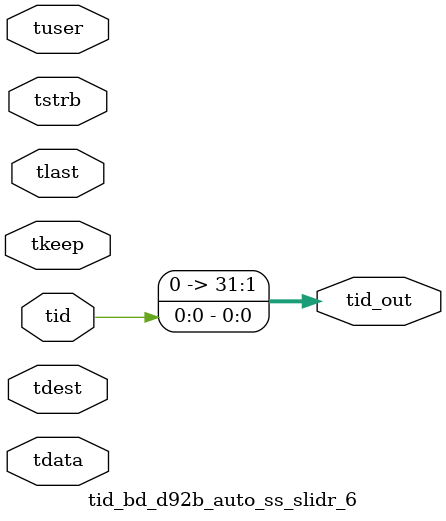
<source format=v>


`timescale 1ps/1ps

module tid_bd_d92b_auto_ss_slidr_6 #
(
parameter C_S_AXIS_TID_WIDTH   = 1,
parameter C_S_AXIS_TUSER_WIDTH = 0,
parameter C_S_AXIS_TDATA_WIDTH = 0,
parameter C_S_AXIS_TDEST_WIDTH = 0,
parameter C_M_AXIS_TID_WIDTH   = 32
)
(
input  [(C_S_AXIS_TID_WIDTH   == 0 ? 1 : C_S_AXIS_TID_WIDTH)-1:0       ] tid,
input  [(C_S_AXIS_TDATA_WIDTH == 0 ? 1 : C_S_AXIS_TDATA_WIDTH)-1:0     ] tdata,
input  [(C_S_AXIS_TUSER_WIDTH == 0 ? 1 : C_S_AXIS_TUSER_WIDTH)-1:0     ] tuser,
input  [(C_S_AXIS_TDEST_WIDTH == 0 ? 1 : C_S_AXIS_TDEST_WIDTH)-1:0     ] tdest,
input  [(C_S_AXIS_TDATA_WIDTH/8)-1:0 ] tkeep,
input  [(C_S_AXIS_TDATA_WIDTH/8)-1:0 ] tstrb,
input                                                                    tlast,
output [(C_M_AXIS_TID_WIDTH   == 0 ? 1 : C_M_AXIS_TID_WIDTH)-1:0       ] tid_out
);

assign tid_out = {tid[0:0]};

endmodule


</source>
